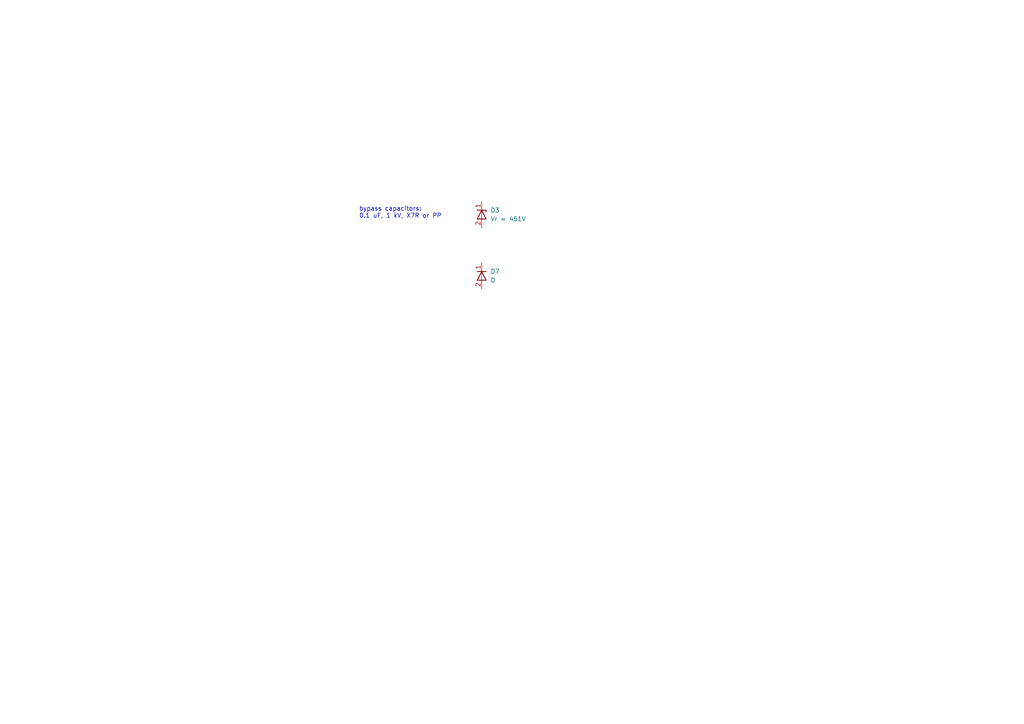
<source format=kicad_sch>
(kicad_sch (version 20250114) (generator "eeschema") (generator_version "9.0")
  (paper "A4")
  (lib_symbols
    (symbol "Device:D" (pin_names (offset 1.016) (hide yes))
      (property "Reference" "D" (at 0 2.54 0))
      (property "Value" "D" (at 0 -2.54 0))
      (symbol "D_0_1"
        (polyline (pts (xy -1.27 1.27) (xy -1.27 -1.27)) (stroke (width 0.254)))
        (polyline (pts (xy 1.27 1.27) (xy 1.27 -1.27) (xy -1.27 0) (xy 1.27 1.27)) (stroke (width 0.254)))
        (polyline (pts (xy 1.27 0) (xy -1.27 0)))
      )
      (symbol "D_1_1"
        (pin passive line (at -3.81 0 0) (length 2.54) (name "K") (number "1"))
        (pin passive line (at 3.81 0 180) (length 2.54) (name "A") (number "2"))
      )
    )
    (symbol "Device:D_Zener" (pin_names (offset 1.016) (hide yes))
      (property "Reference" "D" (at 0 2.54 0))
      (property "Value" "D_Zener" (at 0 -2.54 0))
      (symbol "D_Zener_0_1"
        (polyline (pts (xy -1.27 -1.27) (xy -1.27 1.27) (xy -0.762 1.27)) (stroke (width 0.254)))
        (polyline (pts (xy 1.27 0) (xy -1.27 0)))
        (polyline (pts (xy 1.27 -1.27) (xy 1.27 1.27) (xy -1.27 0) (xy 1.27 -1.27)) (stroke (width 0.254)))
      )
      (symbol "D_Zener_1_1"
        (pin passive line (at -3.81 0 0) (length 2.54) (name "K") (number "1"))
        (pin passive line (at 3.81 0 180) (length 2.54) (name "A") (number "2"))
      )
    )
  )
  (text "bypass capacitors:\n0.1 uF, 1 kV, X7R or PP" (at 104.14 59.944 0) (effects (font (size 1.27 1.27)) (justify left top)))
  (symbol (lib_id "Device:D_Zener") (at 139.7 62.23 270) (unit 1)
    (property "Reference" "D3" (at 142.24 60.9599 90) (effects (justify left)))
    (property "Value" "Vr = 451V" (at 142.24 63.4999 90) (effects (justify left)))
    (property "Description" "Zener diode" (effects (hide yes)))
    (property "Purchase Link" "https://www.digikey.com/en/products/detail/littelfuse-inc/P6SMB530A/1764578" (effects (hide yes)))
    (instances (project "" (path "" (reference "D3") (unit 1)) (path "" (reference "D4") (unit 1)) (path "" (reference "D5") (unit 1)) (path "" (reference "D6") (unit 1))))
  )
  (symbol (lib_id "Device:D") (at 139.7 80.01 270) (unit 1)
    (property "Reference" "D7" (at 142.24 78.7399 90) (effects (justify left)))
    (property "Value" "D" (at 142.24 81.2799 90) (effects (justify left)))
    (property "Description" "Diode" (effects (hide yes)))
    (property "Sim.Device" "D" (effects (hide yes)))
    (property "Sim.Pins" "1=K 2=A" (effects (hide yes)))
    (property "Purchase Link" "https://www.digikey.com/en/products/detail/vishay-general-semiconductor-diodes-division/1N4448W-E3-08/4829905" (effects (hide yes)))
    (instances (project "" (path "" (reference "D7") (unit 1)) (path "" (reference "D8") (unit 1)) (path "" (reference "D9") (unit 1)) (path "" (reference "D10") (unit 1))))
  )
)
</source>
